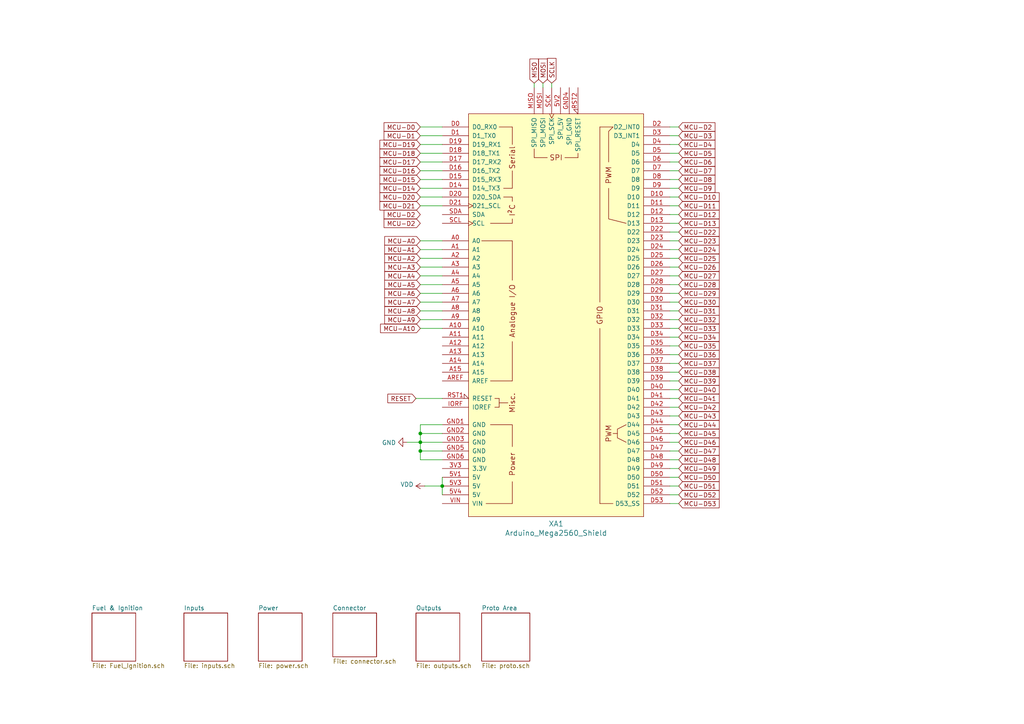
<source format=kicad_sch>
(kicad_sch (version 20231120) (generator "eeschema") (generator_version "8.0")
  (paper "A4")
  (lib_symbols
    (symbol "power:GND" (power) (pin_numbers hide) (pin_names (offset 0) hide)
      (property "Value" "GND" (at 0 -3.81 0))
      (symbol "GND_0_1"
        (polyline (pts (xy 0 0) (xy 0 -1.27) (xy 1.27 -1.27) (xy 0 -2.54) (xy -1.27 -1.27) (xy 0 -1.27)))
      )
      (symbol "GND_1_1"
        (pin power_in line (at 0 0 270) (length 0) (name "~") (number "1"))
      )
    )
    (symbol "power:VDD" (power) (pin_numbers hide) (pin_names (offset 0) hide)
      (property "Value" "VDD" (at 0 3.556 0))
      (symbol "VDD_0_1"
        (polyline (pts (xy -0.762 1.27) (xy 0 2.54)))
        (polyline (pts (xy 0 0) (xy 0 2.54)))
        (polyline (pts (xy 0 2.54) (xy 0.762 1.27)))
      )
      (symbol "VDD_1_1"
        (pin power_in line (at 0 0 90) (length 0) (name "~") (number "1"))
      )
    )
    (symbol "v0.4.3d-rescue:Arduino_Mega2560_Shield-Arduino-v0.4.4c-rescue" (pin_names (offset 1.016))
      (property "Reference" "XA" (at 2.54 0 90))
      (property "Value" "Arduino_Mega2560_Shield-Arduino-v0.4.4c-rescue" (at -2.54 0 90))
      (symbol "Arduino_Mega2560_Shield-Arduino-v0.4.4c-rescue_0_0"
        (rectangle (start -25.4 -58.42) (end 25.4 58.42) (fill (type background)))
        (rectangle (start -20.32 -54.61) (end -12.7 -54.61))
        (rectangle (start -19.05 -31.75) (end -12.7 -31.75))
        (rectangle (start -19.05 -19.05) (end -12.7 -19.05))
        (rectangle (start -19.05 26.67) (end -12.7 26.67))
        (rectangle (start -17.78 -26.67) (end -16.51 -26.67))
        (rectangle (start -17.78 -24.13) (end -16.51 -24.13))
        (rectangle (start -16.51 -25.4) (end -13.97 -25.4))
        (rectangle (start -16.51 -24.13) (end -16.51 -26.67))
        (rectangle (start -16.51 54.61) (end -12.7 54.61))
        (rectangle (start -15.24 34.29) (end -12.7 34.29))
        (rectangle (start -15.24 36.83) (end -12.7 36.83))
        (rectangle (start -12.7 -54.61) (end -12.7 -48.26))
        (rectangle (start -12.7 -31.75) (end -12.7 -38.1))
        (rectangle (start -12.7 26.67) (end -12.7 27.94))
        (rectangle (start -12.7 34.29) (end -12.7 33.02))
        (rectangle (start -12.7 41.91) (end -12.7 36.83))
        (rectangle (start -12.7 49.53) (end -12.7 54.61))
        (rectangle (start -6.35 48.26) (end -6.35 45.72))
        (rectangle (start -2.54 45.72) (end -6.35 45.72))
        (polyline (pts (xy -21.59 21.59) (xy -12.7 21.59)))
        (polyline (pts (xy -12.7 -19.05) (xy -12.7 -7.62)))
        (polyline (pts (xy -12.7 10.16) (xy -12.7 21.59)))
        (polyline (pts (xy 12.7 -54.61) (xy 16.51 -54.61)))
        (polyline (pts (xy 12.7 54.61) (xy 16.51 54.61)))
        (polyline (pts (xy 17.78 -34.29) (xy 16.51 -34.29)))
        (polyline (pts (xy 15.24 36.83) (xy 15.24 27.94) (xy 20.32 26.67)))
        (polyline (pts (xy 15.24 44.45) (xy 15.24 53.34) (xy 16.51 54.61)))
        (polyline (pts (xy 20.32 -31.75) (xy 17.78 -33.02) (xy 17.78 -35.56) (xy 20.32 -36.83)))
        (rectangle (start 6.35 45.72) (end 2.54 45.72))
        (rectangle (start 6.35 46.99) (end 6.35 45.72))
        (text "Analogue I/O" (at -12.7 1.27 900) (effects (font (size 1.524 1.524))))
        (text "I²C" (at -12.7 30.48 900) (effects (font (size 1.524 1.524))))
        (text "Misc." (at -12.7 -25.4 900) (effects (font (size 1.524 1.524))))
        (text "Power" (at -12.7 -43.18 900) (effects (font (size 1.524 1.524))))
        (text "PWM" (at 15.24 -34.29 900) (effects (font (size 1.524 1.524))))
        (text "PWM" (at 15.24 40.64 900) (effects (font (size 1.524 1.524))))
        (text "Serial" (at -12.7 45.72 900) (effects (font (size 1.524 1.524))))
        (text "SPI" (at 0 45.72 0) (effects (font (size 1.524 1.524))))
      )
      (symbol "Arduino_Mega2560_Shield-Arduino-v0.4.4c-rescue_1_0"
        (rectangle (start 12.7 -54.61) (end 12.7 -3.81))
        (rectangle (start 12.7 54.61) (end 12.7 3.81))
        (text "GPIO" (at 12.7 0 900) (effects (font (size 1.524 1.524))))
      )
      (symbol "Arduino_Mega2560_Shield-Arduino-v0.4.4c-rescue_1_1"
        (pin power_in line (at -33.02 -44.45 0) (length 7.62) (name "3.3V") (number "3V3"))
        (pin power_in line (at -33.02 -46.99 0) (length 7.62) (name "5V") (number "5V1"))
        (pin power_in line (at 1.27 66.04 270) (length 7.62) (name "SPI_5V") (number "5V2"))
        (pin power_in line (at -33.02 -49.53 0) (length 7.62) (name "5V") (number "5V3"))
        (pin power_in line (at -33.02 -52.07 0) (length 7.62) (name "5V") (number "5V4"))
        (pin bidirectional line (at -33.02 21.59 0) (length 7.62) (name "A0") (number "A0"))
        (pin bidirectional line (at -33.02 19.05 0) (length 7.62) (name "A1") (number "A1"))
        (pin bidirectional line (at -33.02 -3.81 0) (length 7.62) (name "A10") (number "A10"))
        (pin bidirectional line (at -33.02 -6.35 0) (length 7.62) (name "A11") (number "A11"))
        (pin bidirectional line (at -33.02 -8.89 0) (length 7.62) (name "A12") (number "A12"))
        (pin bidirectional line (at -33.02 -11.43 0) (length 7.62) (name "A13") (number "A13"))
        (pin bidirectional line (at -33.02 -13.97 0) (length 7.62) (name "A14") (number "A14"))
        (pin bidirectional line (at -33.02 -16.51 0) (length 7.62) (name "A15") (number "A15"))
        (pin bidirectional line (at -33.02 16.51 0) (length 7.62) (name "A2") (number "A2"))
        (pin bidirectional line (at -33.02 13.97 0) (length 7.62) (name "A3") (number "A3"))
        (pin bidirectional line (at -33.02 11.43 0) (length 7.62) (name "A4") (number "A4"))
        (pin bidirectional line (at -33.02 8.89 0) (length 7.62) (name "A5") (number "A5"))
        (pin bidirectional line (at -33.02 6.35 0) (length 7.62) (name "A6") (number "A6"))
        (pin bidirectional line (at -33.02 3.81 0) (length 7.62) (name "A7") (number "A7"))
        (pin bidirectional line (at -33.02 1.27 0) (length 7.62) (name "A8") (number "A8"))
        (pin bidirectional line (at -33.02 -1.27 0) (length 7.62) (name "A9") (number "A9"))
        (pin input line (at -33.02 -19.05 0) (length 7.62) (name "AREF") (number "AREF"))
        (pin bidirectional line (at -33.02 54.61 0) (length 7.62) (name "D0_RX0") (number "D0"))
        (pin bidirectional line (at -33.02 52.07 0) (length 7.62) (name "D1_TX0") (number "D1"))
        (pin bidirectional line (at 33.02 34.29 180) (length 7.62) (name "D10") (number "D10"))
        (pin bidirectional line (at 33.02 31.75 180) (length 7.62) (name "D11") (number "D11"))
        (pin bidirectional line (at 33.02 29.21 180) (length 7.62) (name "D12") (number "D12"))
        (pin bidirectional line (at 33.02 26.67 180) (length 7.62) (name "D13") (number "D13"))
        (pin bidirectional line (at -33.02 36.83 0) (length 7.62) (name "D14_TX3") (number "D14"))
        (pin bidirectional line (at -33.02 39.37 0) (length 7.62) (name "D15_RX3") (number "D15"))
        (pin bidirectional line (at -33.02 41.91 0) (length 7.62) (name "D16_TX2") (number "D16"))
        (pin bidirectional line (at -33.02 44.45 0) (length 7.62) (name "D17_RX2") (number "D17"))
        (pin bidirectional line (at -33.02 46.99 0) (length 7.62) (name "D18_TX1") (number "D18"))
        (pin bidirectional line (at -33.02 49.53 0) (length 7.62) (name "D19_RX1") (number "D19"))
        (pin bidirectional line (at 33.02 54.61 180) (length 7.62) (name "D2_INT0") (number "D2"))
        (pin bidirectional line (at -33.02 34.29 0) (length 7.62) (name "D20_SDA") (number "D20"))
        (pin bidirectional clock (at -33.02 31.75 0) (length 7.62) (name "D21_SCL") (number "D21"))
        (pin bidirectional line (at 33.02 24.13 180) (length 7.62) (name "D22") (number "D22"))
        (pin bidirectional line (at 33.02 21.59 180) (length 7.62) (name "D23") (number "D23"))
        (pin bidirectional line (at 33.02 19.05 180) (length 7.62) (name "D24") (number "D24"))
        (pin bidirectional line (at 33.02 16.51 180) (length 7.62) (name "D25") (number "D25"))
        (pin bidirectional line (at 33.02 13.97 180) (length 7.62) (name "D26") (number "D26"))
        (pin bidirectional line (at 33.02 11.43 180) (length 7.62) (name "D27") (number "D27"))
        (pin bidirectional line (at 33.02 8.89 180) (length 7.62) (name "D28") (number "D28"))
        (pin bidirectional line (at 33.02 6.35 180) (length 7.62) (name "D29") (number "D29"))
        (pin bidirectional line (at 33.02 52.07 180) (length 7.62) (name "D3_INT1") (number "D3"))
        (pin bidirectional line (at 33.02 3.81 180) (length 7.62) (name "D30") (number "D30"))
        (pin bidirectional line (at 33.02 1.27 180) (length 7.62) (name "D31") (number "D31"))
        (pin bidirectional line (at 33.02 -1.27 180) (length 7.62) (name "D32") (number "D32"))
        (pin bidirectional line (at 33.02 -3.81 180) (length 7.62) (name "D33") (number "D33"))
        (pin bidirectional line (at 33.02 -6.35 180) (length 7.62) (name "D34") (number "D34"))
        (pin bidirectional line (at 33.02 -8.89 180) (length 7.62) (name "D35") (number "D35"))
        (pin bidirectional line (at 33.02 -11.43 180) (length 7.62) (name "D36") (number "D36"))
        (pin bidirectional line (at 33.02 -13.97 180) (length 7.62) (name "D37") (number "D37"))
        (pin bidirectional line (at 33.02 -16.51 180) (length 7.62) (name "D38") (number "D38"))
        (pin bidirectional line (at 33.02 -19.05 180) (length 7.62) (name "D39") (number "D39"))
        (pin bidirectional line (at 33.02 49.53 180) (length 7.62) (name "D4") (number "D4"))
        (pin bidirectional line (at 33.02 -21.59 180) (length 7.62) (name "D40") (number "D40"))
        (pin bidirectional line (at 33.02 -24.13 180) (length 7.62) (name "D41") (number "D41"))
        (pin bidirectional line (at 33.02 -26.67 180) (length 7.62) (name "D42") (number "D42"))
        (pin bidirectional line (at 33.02 -29.21 180) (length 7.62) (name "D43") (number "D43"))
        (pin bidirectional line (at 33.02 -31.75 180) (length 7.62) (name "D44") (number "D44"))
        (pin bidirectional line (at 33.02 -34.29 180) (length 7.62) (name "D45") (number "D45"))
        (pin bidirectional line (at 33.02 -36.83 180) (length 7.62) (name "D46") (number "D46"))
        (pin bidirectional line (at 33.02 -39.37 180) (length 7.62) (name "D47") (number "D47"))
        (pin bidirectional line (at 33.02 -41.91 180) (length 7.62) (name "D48") (number "D48"))
        (pin bidirectional line (at 33.02 -44.45 180) (length 7.62) (name "D49") (number "D49"))
        (pin bidirectional line (at 33.02 46.99 180) (length 7.62) (name "D5") (number "D5"))
        (pin bidirectional line (at 33.02 -46.99 180) (length 7.62) (name "D50") (number "D50"))
        (pin bidirectional line (at 33.02 -49.53 180) (length 7.62) (name "D51") (number "D51"))
        (pin bidirectional line (at 33.02 -52.07 180) (length 7.62) (name "D52") (number "D52"))
        (pin bidirectional line (at 33.02 -54.61 180) (length 7.62) (name "D53_SS") (number "D53"))
        (pin bidirectional line (at 33.02 44.45 180) (length 7.62) (name "D6") (number "D6"))
        (pin bidirectional line (at 33.02 41.91 180) (length 7.62) (name "D7") (number "D7"))
        (pin bidirectional line (at 33.02 39.37 180) (length 7.62) (name "D8") (number "D8"))
        (pin bidirectional line (at 33.02 36.83 180) (length 7.62) (name "D9") (number "D9"))
        (pin power_in line (at -33.02 -31.75 0) (length 7.62) (name "GND") (number "GND1"))
        (pin power_in line (at -33.02 -34.29 0) (length 7.62) (name "GND") (number "GND2"))
        (pin power_in line (at -33.02 -36.83 0) (length 7.62) (name "GND") (number "GND3"))
        (pin power_in line (at 3.81 66.04 270) (length 7.62) (name "SPI_GND") (number "GND4"))
        (pin power_in line (at -33.02 -39.37 0) (length 7.62) (name "GND") (number "GND5"))
        (pin power_in line (at -33.02 -41.91 0) (length 7.62) (name "GND") (number "GND6"))
        (pin output line (at -33.02 -26.67 0) (length 7.62) (name "IOREF") (number "IORF"))
        (pin input line (at -6.35 66.04 270) (length 7.62) (name "SPI_MISO") (number "MISO"))
        (pin output line (at -3.81 66.04 270) (length 7.62) (name "SPI_MOSI") (number "MOSI"))
        (pin open_collector input_low (at -33.02 -24.13 0) (length 7.62) (name "RESET") (number "RST1"))
        (pin open_collector input_low (at 6.35 66.04 270) (length 7.62) (name "SPI_RESET") (number "RST2"))
        (pin output clock (at -1.27 66.04 270) (length 7.62) (name "SPI_SCK") (number "SCK"))
        (pin bidirectional clock (at -33.02 26.67 0) (length 7.62) (name "SCL") (number "SCL"))
        (pin bidirectional line (at -33.02 29.21 0) (length 7.62) (name "SDA") (number "SDA"))
        (pin power_in line (at -33.02 -54.61 0) (length 7.62) (name "VIN") (number "VIN"))
      )
    )
  )
  (junction (at 121.92 125.73))
  (junction (at 121.92 130.81))
  (junction (at 121.92 128.27))
  (junction (at 128.27 140.97))
  (wire (pts (xy 196.85 82.55) (xy 194.31 82.55)))
  (wire (pts (xy 128.27 80.01) (xy 121.92 80.01)))
  (wire (pts (xy 194.31 125.73) (xy 196.85 125.73)))
  (wire (pts (xy 154.94 24.13) (xy 154.94 25.4)))
  (wire (pts (xy 196.85 138.43) (xy 194.31 138.43)))
  (wire (pts (xy 128.27 128.27) (xy 121.92 128.27)))
  (wire (pts (xy 196.85 128.27) (xy 194.31 128.27)))
  (wire (pts (xy 128.27 125.73) (xy 121.92 125.73)))
  (wire (pts (xy 194.31 90.17) (xy 196.85 90.17)))
  (wire (pts (xy 128.27 90.17) (xy 121.92 90.17)))
  (wire (pts (xy 196.85 49.53) (xy 194.31 49.53)))
  (wire (pts (xy 121.92 46.99) (xy 128.27 46.99)))
  (wire (pts (xy 194.31 85.09) (xy 196.85 85.09)))
  (wire (pts (xy 196.85 64.77) (xy 194.31 64.77)))
  (wire (pts (xy 194.31 57.15) (xy 196.85 57.15)))
  (wire (pts (xy 157.48 24.13) (xy 157.48 25.4)))
  (wire (pts (xy 194.31 80.01) (xy 196.85 80.01)))
  (wire (pts (xy 194.31 36.83) (xy 196.85 36.83)))
  (wire (pts (xy 194.31 52.07) (xy 196.85 52.07)))
  (wire (pts (xy 128.27 59.69) (xy 121.92 59.69)))
  (wire (pts (xy 196.85 39.37) (xy 194.31 39.37)))
  (wire (pts (xy 128.27 138.43) (xy 128.27 140.97)))
  (wire (pts (xy 196.85 59.69) (xy 194.31 59.69)))
  (wire (pts (xy 196.85 87.63) (xy 194.31 87.63)))
  (wire (pts (xy 121.92 69.85) (xy 128.27 69.85)))
  (wire (pts (xy 194.31 62.23) (xy 196.85 62.23)))
  (wire (pts (xy 128.27 143.51) (xy 128.27 140.97)))
  (wire (pts (xy 194.31 130.81) (xy 196.85 130.81)))
  (wire (pts (xy 194.31 69.85) (xy 196.85 69.85)))
  (wire (pts (xy 121.92 92.71) (xy 128.27 92.71)))
  (wire (pts (xy 128.27 133.35) (xy 121.92 133.35)))
  (wire (pts (xy 121.92 130.81) (xy 121.92 128.27)))
  (wire (pts (xy 196.85 102.87) (xy 194.31 102.87)))
  (wire (pts (xy 121.92 72.39) (xy 128.27 72.39)))
  (wire (pts (xy 196.85 123.19) (xy 194.31 123.19)))
  (wire (pts (xy 121.92 41.91) (xy 128.27 41.91)))
  (wire (pts (xy 121.92 77.47) (xy 128.27 77.47)))
  (wire (pts (xy 196.85 97.79) (xy 194.31 97.79)))
  (wire (pts (xy 196.85 118.11) (xy 194.31 118.11)))
  (wire (pts (xy 128.27 39.37) (xy 121.92 39.37)))
  (wire (pts (xy 194.31 100.33) (xy 196.85 100.33)))
  (wire (pts (xy 196.85 54.61) (xy 194.31 54.61)))
  (wire (pts (xy 194.31 46.99) (xy 196.85 46.99)))
  (wire (pts (xy 121.92 36.83) (xy 128.27 36.83)))
  (wire (pts (xy 194.31 135.89) (xy 196.85 135.89)))
  (wire (pts (xy 121.92 128.27) (xy 118.11 128.27)))
  (wire (pts (xy 194.31 120.65) (xy 196.85 120.65)))
  (wire (pts (xy 196.85 44.45) (xy 194.31 44.45)))
  (wire (pts (xy 128.27 85.09) (xy 121.92 85.09)))
  (wire (pts (xy 196.85 72.39) (xy 194.31 72.39)))
  (wire (pts (xy 194.31 95.25) (xy 196.85 95.25)))
  (wire (pts (xy 194.31 115.57) (xy 196.85 115.57)))
  (wire (pts (xy 121.92 123.19) (xy 121.92 125.73)))
  (wire (pts (xy 196.85 77.47) (xy 194.31 77.47)))
  (wire (pts (xy 196.85 107.95) (xy 194.31 107.95)))
  (wire (pts (xy 194.31 110.49) (xy 196.85 110.49)))
  (wire (pts (xy 194.31 140.97) (xy 196.85 140.97)))
  (wire (pts (xy 128.27 49.53) (xy 121.92 49.53)))
  (wire (pts (xy 128.27 95.25) (xy 121.92 95.25)))
  (wire (pts (xy 121.92 57.15) (xy 128.27 57.15)))
  (wire (pts (xy 121.92 87.63) (xy 128.27 87.63)))
  (wire (pts (xy 128.27 74.93) (xy 121.92 74.93)))
  (wire (pts (xy 128.27 44.45) (xy 121.92 44.45)))
  (wire (pts (xy 121.92 125.73) (xy 121.92 128.27)))
  (wire (pts (xy 194.31 146.05) (xy 196.85 146.05)))
  (wire (pts (xy 196.85 92.71) (xy 194.31 92.71)))
  (wire (pts (xy 160.02 24.13) (xy 160.02 25.4)))
  (wire (pts (xy 196.85 113.03) (xy 194.31 113.03)))
  (wire (pts (xy 194.31 105.41) (xy 196.85 105.41)))
  (wire (pts (xy 196.85 133.35) (xy 194.31 133.35)))
  (wire (pts (xy 121.92 82.55) (xy 128.27 82.55)))
  (wire (pts (xy 196.85 143.51) (xy 194.31 143.51)))
  (wire (pts (xy 128.27 123.19) (xy 121.92 123.19)))
  (wire (pts (xy 194.31 41.91) (xy 196.85 41.91)))
  (wire (pts (xy 128.27 54.61) (xy 121.92 54.61)))
  (wire (pts (xy 128.27 130.81) (xy 121.92 130.81)))
  (wire (pts (xy 121.92 133.35) (xy 121.92 130.81)))
  (wire (pts (xy 194.31 74.93) (xy 196.85 74.93)))
  (wire (pts (xy 123.19 140.97) (xy 128.27 140.97)))
  (wire (pts (xy 121.92 52.07) (xy 128.27 52.07)))
  (wire (pts (xy 120.65 115.57) (xy 128.27 115.57)))
  (wire (pts (xy 196.85 67.31) (xy 194.31 67.31)))
  (global_label "MCU-D18" (shape input) (at 121.92 44.45 180) (property "Intersheetrefs" "${INTERSHEET_REFS}" (effects (hide yes))))
  (global_label "MCU-D6" (shape input) (at 196.85 46.99 0) (property "Intersheetrefs" "${INTERSHEET_REFS}" (effects (hide yes))))
  (global_label "MCU-D9" (shape input) (at 196.85 54.61 0) (property "Intersheetrefs" "${INTERSHEET_REFS}" (effects (hide yes))))
  (global_label "RESET" (shape input) (at 120.65 115.57 180) (property "Intersheetrefs" "${INTERSHEET_REFS}" (effects (hide yes))))
  (global_label "MOSI" (shape input) (at 157.48 24.13 90) (property "Intersheetrefs" "${INTERSHEET_REFS}" (effects (hide yes))))
  (global_label "MCU-D3" (shape input) (at 196.85 39.37 0) (property "Intersheetrefs" "${INTERSHEET_REFS}" (effects (hide yes))))
  (global_label "MCU-D49" (shape input) (at 196.85 135.89 0) (property "Intersheetrefs" "${INTERSHEET_REFS}" (effects (hide yes))))
  (global_label "MCU-D40" (shape input) (at 196.85 113.03 0) (property "Intersheetrefs" "${INTERSHEET_REFS}" (effects (hide yes))))
  (global_label "MCU-D1" (shape input) (at 121.92 39.37 180) (property "Intersheetrefs" "${INTERSHEET_REFS}" (effects (hide yes))))
  (global_label "MCU-D23" (shape input) (at 196.85 69.85 0) (property "Intersheetrefs" "${INTERSHEET_REFS}" (effects (hide yes))))
  (global_label "MCU-D44" (shape input) (at 196.85 123.19 0) (property "Intersheetrefs" "${INTERSHEET_REFS}" (effects (hide yes))))
  (global_label "MCU-D14" (shape input) (at 121.92 54.61 180) (property "Intersheetrefs" "${INTERSHEET_REFS}" (effects (hide yes))))
  (global_label "MCU-A8" (shape input) (at 121.92 90.17 180) (property "Intersheetrefs" "${INTERSHEET_REFS}" (effects (hide yes))))
  (global_label "MCU-D46" (shape input) (at 196.85 128.27 0) (property "Intersheetrefs" "${INTERSHEET_REFS}" (effects (hide yes))))
  (global_label "MCU-A3" (shape input) (at 121.92 77.47 180) (property "Intersheetrefs" "${INTERSHEET_REFS}" (effects (hide yes))))
  (global_label "MCU-D37" (shape input) (at 196.85 105.41 0) (property "Intersheetrefs" "${INTERSHEET_REFS}" (effects (hide yes))))
  (global_label "MCU-D52" (shape input) (at 196.85 143.51 0) (property "Intersheetrefs" "${INTERSHEET_REFS}" (effects (hide yes))))
  (global_label "MCU-D42" (shape input) (at 196.85 118.11 0) (property "Intersheetrefs" "${INTERSHEET_REFS}" (effects (hide yes))))
  (global_label "MISO" (shape input) (at 154.94 24.13 90) (property "Intersheetrefs" "${INTERSHEET_REFS}" (effects (hide yes))))
  (global_label "MCU-A5" (shape input) (at 121.92 82.55 180) (property "Intersheetrefs" "${INTERSHEET_REFS}" (effects (hide yes))))
  (global_label "MCU-D32" (shape input) (at 196.85 92.71 0) (property "Intersheetrefs" "${INTERSHEET_REFS}" (effects (hide yes))))
  (global_label "MCU-A7" (shape input) (at 121.92 87.63 180) (property "Intersheetrefs" "${INTERSHEET_REFS}" (effects (hide yes))))
  (global_label "MCU-D53" (shape input) (at 196.85 146.05 0) (property "Intersheetrefs" "${INTERSHEET_REFS}" (effects (hide yes))))
  (global_label "MCU-D12" (shape input) (at 196.85 62.23 0) (property "Intersheetrefs" "${INTERSHEET_REFS}" (effects (hide yes))))
  (global_label "MCU-D10" (shape input) (at 196.85 57.15 0) (property "Intersheetrefs" "${INTERSHEET_REFS}" (effects (hide yes))))
  (global_label "MCU-D24" (shape input) (at 196.85 72.39 0) (property "Intersheetrefs" "${INTERSHEET_REFS}" (effects (hide yes))))
  (global_label "MCU-D26" (shape input) (at 196.85 77.47 0) (property "Intersheetrefs" "${INTERSHEET_REFS}" (effects (hide yes))))
  (global_label "MCU-D34" (shape input) (at 196.85 97.79 0) (property "Intersheetrefs" "${INTERSHEET_REFS}" (effects (hide yes))))
  (global_label "MCU-D27" (shape input) (at 196.85 80.01 0) (property "Intersheetrefs" "${INTERSHEET_REFS}" (effects (hide yes))))
  (global_label "MCU-D31" (shape input) (at 196.85 90.17 0) (property "Intersheetrefs" "${INTERSHEET_REFS}" (effects (hide yes))))
  (global_label "MCU-D19" (shape input) (at 121.92 41.91 180) (property "Intersheetrefs" "${INTERSHEET_REFS}" (effects (hide yes))))
  (global_label "MCU-D17" (shape input) (at 121.92 46.99 180) (property "Intersheetrefs" "${INTERSHEET_REFS}" (effects (hide yes))))
  (global_label "MCU-D35" (shape input) (at 196.85 100.33 0) (property "Intersheetrefs" "${INTERSHEET_REFS}" (effects (hide yes))))
  (global_label "MCU-D2" (shape input) (at 121.92 64.77 180) (property "Intersheetrefs" "${INTERSHEET_REFS}" (effects (hide yes))))
  (global_label "MCU-D22" (shape input) (at 196.85 67.31 0) (property "Intersheetrefs" "${INTERSHEET_REFS}" (effects (hide yes))))
  (global_label "MCU-D13" (shape input) (at 196.85 64.77 0) (property "Intersheetrefs" "${INTERSHEET_REFS}" (effects (hide yes))))
  (global_label "MCU-D2" (shape input) (at 121.92 62.23 180) (property "Intersheetrefs" "${INTERSHEET_REFS}" (effects (hide yes))))
  (global_label "MCU-D11" (shape input) (at 196.85 59.69 0) (property "Intersheetrefs" "${INTERSHEET_REFS}" (effects (hide yes))))
  (global_label "MCU-D8" (shape input) (at 196.85 52.07 0) (property "Intersheetrefs" "${INTERSHEET_REFS}" (effects (hide yes))))
  (global_label "MCU-D47" (shape input) (at 196.85 130.81 0) (property "Intersheetrefs" "${INTERSHEET_REFS}" (effects (hide yes))))
  (global_label "MCU-A1" (shape input) (at 121.92 72.39 180) (property "Intersheetrefs" "${INTERSHEET_REFS}" (effects (hide yes))))
  (global_label "MCU-D38" (shape input) (at 196.85 107.95 0) (property "Intersheetrefs" "${INTERSHEET_REFS}" (effects (hide yes))))
  (global_label "MCU-A4" (shape input) (at 121.92 80.01 180) (property "Intersheetrefs" "${INTERSHEET_REFS}" (effects (hide yes))))
  (global_label "MCU-D4" (shape input) (at 196.85 41.91 0) (property "Intersheetrefs" "${INTERSHEET_REFS}" (effects (hide yes))))
  (global_label "MCU-D36" (shape input) (at 196.85 102.87 0) (property "Intersheetrefs" "${INTERSHEET_REFS}" (effects (hide yes))))
  (global_label "MCU-D33" (shape input) (at 196.85 95.25 0) (property "Intersheetrefs" "${INTERSHEET_REFS}" (effects (hide yes))))
  (global_label "MCU-A6" (shape input) (at 121.92 85.09 180) (property "Intersheetrefs" "${INTERSHEET_REFS}" (effects (hide yes))))
  (global_label "SCLK" (shape input) (at 160.02 24.13 90) (property "Intersheetrefs" "${INTERSHEET_REFS}" (effects (hide yes))))
  (global_label "MCU-D16" (shape input) (at 121.92 49.53 180) (property "Intersheetrefs" "${INTERSHEET_REFS}" (effects (hide yes))))
  (global_label "MCU-D5" (shape input) (at 196.85 44.45 0) (property "Intersheetrefs" "${INTERSHEET_REFS}" (effects (hide yes))))
  (global_label "MCU-D15" (shape input) (at 121.92 52.07 180) (property "Intersheetrefs" "${INTERSHEET_REFS}" (effects (hide yes))))
  (global_label "MCU-D45" (shape input) (at 196.85 125.73 0) (property "Intersheetrefs" "${INTERSHEET_REFS}" (effects (hide yes))))
  (global_label "MCU-D21" (shape input) (at 121.92 59.69 180) (property "Intersheetrefs" "${INTERSHEET_REFS}" (effects (hide yes))))
  (global_label "MCU-D7" (shape input) (at 196.85 49.53 0) (property "Intersheetrefs" "${INTERSHEET_REFS}" (effects (hide yes))))
  (global_label "MCU-D41" (shape input) (at 196.85 115.57 0) (property "Intersheetrefs" "${INTERSHEET_REFS}" (effects (hide yes))))
  (global_label "MCU-A0" (shape input) (at 121.92 69.85 180) (property "Intersheetrefs" "${INTERSHEET_REFS}" (effects (hide yes))))
  (global_label "MCU-A9" (shape input) (at 121.92 92.71 180) (property "Intersheetrefs" "${INTERSHEET_REFS}" (effects (hide yes))))
  (global_label "MCU-D20" (shape input) (at 121.92 57.15 180) (property "Intersheetrefs" "${INTERSHEET_REFS}" (effects (hide yes))))
  (global_label "MCU-D43" (shape input) (at 196.85 120.65 0) (property "Intersheetrefs" "${INTERSHEET_REFS}" (effects (hide yes))))
  (global_label "MCU-D30" (shape input) (at 196.85 87.63 0) (property "Intersheetrefs" "${INTERSHEET_REFS}" (effects (hide yes))))
  (global_label "MCU-A2" (shape input) (at 121.92 74.93 180) (property "Intersheetrefs" "${INTERSHEET_REFS}" (effects (hide yes))))
  (global_label "MCU-D0" (shape input) (at 121.92 36.83 180) (property "Intersheetrefs" "${INTERSHEET_REFS}" (effects (hide yes))))
  (global_label "MCU-D51" (shape input) (at 196.85 140.97 0) (property "Intersheetrefs" "${INTERSHEET_REFS}" (effects (hide yes))))
  (global_label "MCU-D2" (shape input) (at 196.85 36.83 0) (property "Intersheetrefs" "${INTERSHEET_REFS}" (effects (hide yes))))
  (global_label "MCU-D48" (shape input) (at 196.85 133.35 0) (property "Intersheetrefs" "${INTERSHEET_REFS}" (effects (hide yes))))
  (global_label "MCU-D50" (shape input) (at 196.85 138.43 0) (property "Intersheetrefs" "${INTERSHEET_REFS}" (effects (hide yes))))
  (global_label "MCU-D28" (shape input) (at 196.85 82.55 0) (property "Intersheetrefs" "${INTERSHEET_REFS}" (effects (hide yes))))
  (global_label "MCU-D29" (shape input) (at 196.85 85.09 0) (property "Intersheetrefs" "${INTERSHEET_REFS}" (effects (hide yes))))
  (global_label "MCU-D39" (shape input) (at 196.85 110.49 0) (property "Intersheetrefs" "${INTERSHEET_REFS}" (effects (hide yes))))
  (global_label "MCU-D25" (shape input) (at 196.85 74.93 0) (property "Intersheetrefs" "${INTERSHEET_REFS}" (effects (hide yes))))
  (global_label "MCU-A10" (shape input) (at 121.92 95.25 180) (property "Intersheetrefs" "${INTERSHEET_REFS}" (effects (hide yes))))
  (symbol (lib_id "v0.4.3d-rescue:Arduino_Mega2560_Shield-Arduino-v0.4.4c-rescue") (at 161.29 91.44 0) (unit 1)
    (property "Reference" "XA1" (at 161.29 151.9174 0) (effects (font (size 1.524 1.524))))
    (property "Value" "Arduino_Mega2560_Shield" (at 161.29 154.6098 0) (effects (font (size 1.524 1.524))))
    (property "Footprint" "Shields:Arduino_Mega2560_Shield_IO_Only" (effects (hide yes)))
  )
  (symbol (lib_id "power:VDD") (at 123.19 140.97 90) (unit 1)
    (property "Reference" "#PWR02" (effects (hide yes)))
    (property "Value" "VDD" (at 119.9642 140.5128 90) (effects (justify left)))
  )
  (symbol (lib_id "power:GND") (at 118.11 128.27 270) (unit 1)
    (property "Reference" "#PWR01" (effects (hide yes)))
    (property "Value" "GND" (at 114.8588 128.397 90) (effects (justify right)))
  )
  (sheet (at 53.34 177.8) (size 12.7 13.97)
    (property "Sheetname" "Inputs" (at 53.34 177.0884 0) (effects (justify left bottom)))
    (property "Sheetfile" "inputs.sch" (at 53.34 192.3546 0) (effects (justify left top)))
  )
  (sheet (at 96.52 177.8) (size 12.7 12.7)
    (property "Sheetname" "Connector" (at 96.52 177.0884 0) (effects (justify left bottom)))
    (property "Sheetfile" "connector.sch" (at 96.52 191.0846 0) (effects (justify left top)))
  )
  (sheet (at 120.65 177.8) (size 12.7 13.97)
    (property "Sheetname" "Outputs" (at 120.65 177.0884 0) (effects (justify left bottom)))
    (property "Sheetfile" "outputs.sch" (at 120.65 192.3546 0) (effects (justify left top)))
  )
  (sheet (at 26.67 177.8) (size 12.7 13.97)
    (property "Sheetname" "Fuel & Ignition" (at 26.67 177.0884 0) (effects (justify left bottom)))
    (property "Sheetfile" "Fuel_Ignition.sch" (at 26.67 192.3546 0) (effects (justify left top)))
  )
  (sheet (at 139.7 177.8) (size 13.97 13.97)
    (property "Sheetname" "Proto Area" (at 139.7 177.0884 0) (effects (justify left bottom)))
    (property "Sheetfile" "proto.sch" (at 139.7 192.3546 0) (effects (justify left top)))
  )
  (sheet (at 74.93 177.8) (size 12.7 13.97)
    (property "Sheetname" "Power" (at 74.93 177.0884 0) (effects (justify left bottom)))
    (property "Sheetfile" "power.sch" (at 74.93 192.3546 0) (effects (justify left top)))
  )
)
</source>
